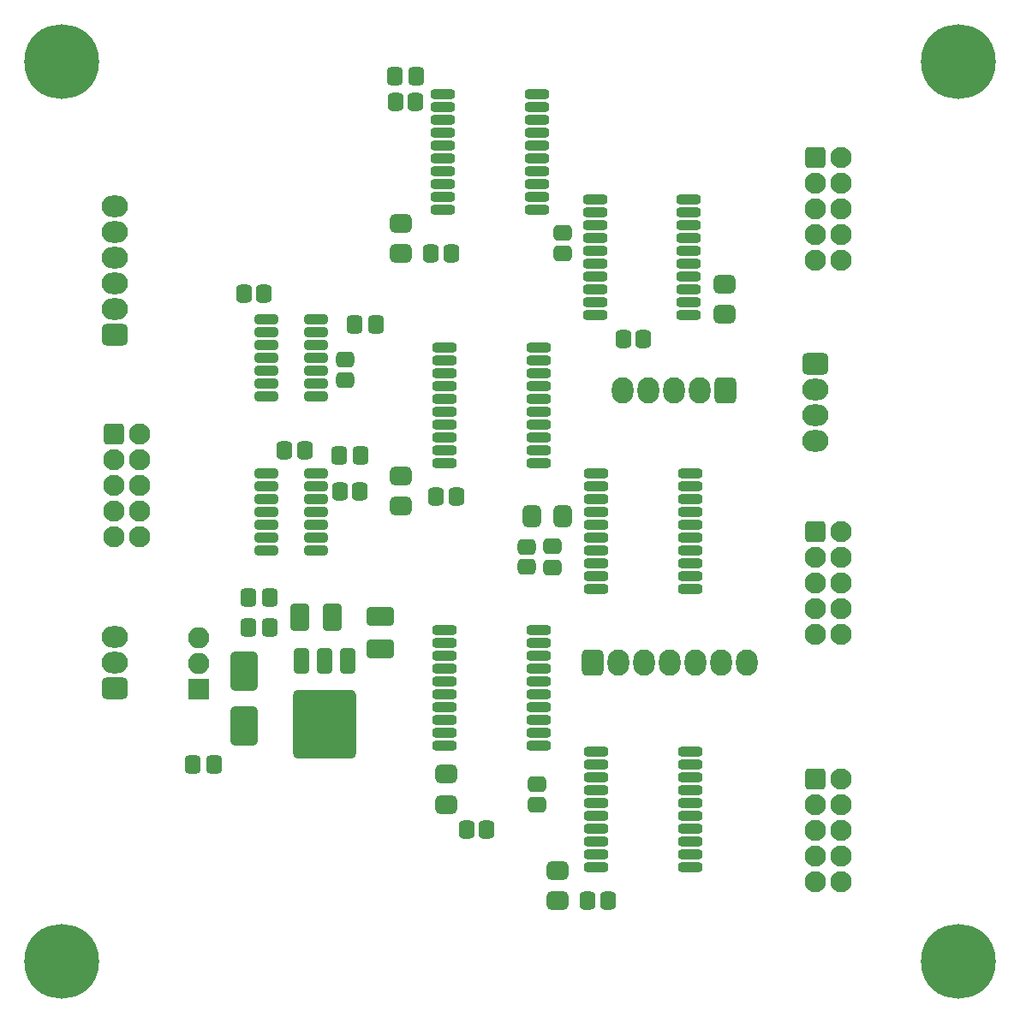
<source format=gts>
G04 #@! TF.GenerationSoftware,KiCad,Pcbnew,7.0.1*
G04 #@! TF.CreationDate,2023-04-18T17:18:43+02:00*
G04 #@! TF.ProjectId,Alexandrie,416c6578-616e-4647-9269-652e6b696361,rev?*
G04 #@! TF.SameCoordinates,Original*
G04 #@! TF.FileFunction,Soldermask,Top*
G04 #@! TF.FilePolarity,Negative*
%FSLAX46Y46*%
G04 Gerber Fmt 4.6, Leading zero omitted, Abs format (unit mm)*
G04 Created by KiCad (PCBNEW 7.0.1) date 2023-04-18 17:18:43*
%MOMM*%
%LPD*%
G01*
G04 APERTURE LIST*
G04 Aperture macros list*
%AMRoundRect*
0 Rectangle with rounded corners*
0 $1 Rounding radius*
0 $2 $3 $4 $5 $6 $7 $8 $9 X,Y pos of 4 corners*
0 Add a 4 corners polygon primitive as box body*
4,1,4,$2,$3,$4,$5,$6,$7,$8,$9,$2,$3,0*
0 Add four circle primitives for the rounded corners*
1,1,$1+$1,$2,$3*
1,1,$1+$1,$4,$5*
1,1,$1+$1,$6,$7*
1,1,$1+$1,$8,$9*
0 Add four rect primitives between the rounded corners*
20,1,$1+$1,$2,$3,$4,$5,0*
20,1,$1+$1,$4,$5,$6,$7,0*
20,1,$1+$1,$6,$7,$8,$9,0*
20,1,$1+$1,$8,$9,$2,$3,0*%
G04 Aperture macros list end*
%ADD10RoundRect,0.450000X0.350000X0.450000X-0.350000X0.450000X-0.350000X-0.450000X0.350000X-0.450000X0*%
%ADD11RoundRect,0.450000X-0.350000X-0.450000X0.350000X-0.450000X0.350000X0.450000X-0.350000X0.450000X0*%
%ADD12RoundRect,0.450001X-0.624999X0.462499X-0.624999X-0.462499X0.624999X-0.462499X0.624999X0.462499X0*%
%ADD13RoundRect,0.450000X0.900000X-1.500000X0.900000X1.500000X-0.900000X1.500000X-0.900000X-1.500000X0*%
%ADD14RoundRect,0.450000X0.450000X-0.350000X0.450000X0.350000X-0.450000X0.350000X-0.450000X-0.350000X0*%
%ADD15RoundRect,0.450000X0.845000X-0.620000X0.845000X0.620000X-0.845000X0.620000X-0.845000X-0.620000X0*%
%ADD16O,2.590000X2.140000*%
%ADD17C,1.200000*%
%ADD18C,7.400000*%
%ADD19RoundRect,0.450000X-0.475000X0.337500X-0.475000X-0.337500X0.475000X-0.337500X0.475000X0.337500X0*%
%ADD20RoundRect,0.450000X-0.350000X0.850000X-0.350000X-0.850000X0.350000X-0.850000X0.350000X0.850000X0*%
%ADD21RoundRect,0.449997X-2.650003X2.950003X-2.650003X-2.950003X2.650003X-2.950003X2.650003X2.950003X0*%
%ADD22RoundRect,0.350000X-0.875000X-0.150000X0.875000X-0.150000X0.875000X0.150000X-0.875000X0.150000X0*%
%ADD23RoundRect,0.450000X-0.337500X-0.475000X0.337500X-0.475000X0.337500X0.475000X-0.337500X0.475000X0*%
%ADD24RoundRect,0.350000X-0.825000X-0.150000X0.825000X-0.150000X0.825000X0.150000X-0.825000X0.150000X0*%
%ADD25RoundRect,0.450001X0.462499X0.624999X-0.462499X0.624999X-0.462499X-0.624999X0.462499X-0.624999X0*%
%ADD26RoundRect,0.450000X-0.600000X-0.600000X0.600000X-0.600000X0.600000X0.600000X-0.600000X0.600000X0*%
%ADD27C,2.100000*%
%ADD28RoundRect,0.450000X-0.620000X-0.845000X0.620000X-0.845000X0.620000X0.845000X-0.620000X0.845000X0*%
%ADD29O,2.140000X2.590000*%
%ADD30RoundRect,0.450001X0.924999X-0.499999X0.924999X0.499999X-0.924999X0.499999X-0.924999X-0.499999X0*%
%ADD31RoundRect,0.200000X0.850000X0.850000X-0.850000X0.850000X-0.850000X-0.850000X0.850000X-0.850000X0*%
%ADD32O,2.100000X2.100000*%
%ADD33RoundRect,0.450001X-0.499999X-0.924999X0.499999X-0.924999X0.499999X0.924999X-0.499999X0.924999X0*%
%ADD34RoundRect,0.450000X0.620000X0.845000X-0.620000X0.845000X-0.620000X-0.845000X0.620000X-0.845000X0*%
%ADD35RoundRect,0.450000X0.337500X0.475000X-0.337500X0.475000X-0.337500X-0.475000X0.337500X-0.475000X0*%
%ADD36RoundRect,0.450000X0.475000X-0.337500X0.475000X0.337500X-0.475000X0.337500X-0.475000X-0.337500X0*%
%ADD37RoundRect,0.450000X-0.450000X0.350000X-0.450000X-0.350000X0.450000X-0.350000X0.450000X0.350000X0*%
%ADD38RoundRect,0.450000X-0.845000X0.620000X-0.845000X-0.620000X0.845000X-0.620000X0.845000X0.620000X0*%
G04 APERTURE END LIST*
D10*
X130000000Y-134000000D03*
X128000000Y-134000000D03*
D11*
X143500000Y-85500000D03*
X145500000Y-85500000D03*
D12*
X153500000Y-80012500D03*
X153500000Y-82987500D03*
D13*
X106000000Y-123700000D03*
X106000000Y-118300000D03*
D14*
X134000000Y-108000000D03*
X134000000Y-106000000D03*
D15*
X93212500Y-120040000D03*
D16*
X93212500Y-117500000D03*
X93212500Y-114960000D03*
D17*
X174000000Y-147000000D03*
X174768845Y-145143845D03*
X174768845Y-148856155D03*
X176625000Y-144375000D03*
D18*
X176625000Y-147000000D03*
D17*
X176625000Y-149625000D03*
X178481155Y-145143845D03*
X178481155Y-148856155D03*
X179250000Y-147000000D03*
D19*
X135000000Y-129462500D03*
X135000000Y-131537500D03*
D20*
X116280000Y-117300000D03*
X114000000Y-117300000D03*
D21*
X114000000Y-123600000D03*
D20*
X111720000Y-117300000D03*
D17*
X174000000Y-58000000D03*
X174768845Y-56143845D03*
X174768845Y-59856155D03*
X176625000Y-55375000D03*
D18*
X176625000Y-58000000D03*
D17*
X176625000Y-60625000D03*
X178481155Y-56143845D03*
X178481155Y-59856155D03*
X179250000Y-58000000D03*
D22*
X125850000Y-114285000D03*
X125850000Y-115555000D03*
X125850000Y-116825000D03*
X125850000Y-118095000D03*
X125850000Y-119365000D03*
X125850000Y-120635000D03*
X125850000Y-121905000D03*
X125850000Y-123175000D03*
X125850000Y-124445000D03*
X125850000Y-125715000D03*
X135150000Y-125715000D03*
X135150000Y-124445000D03*
X135150000Y-123175000D03*
X135150000Y-121905000D03*
X135150000Y-120635000D03*
X135150000Y-119365000D03*
X135150000Y-118095000D03*
X135150000Y-116825000D03*
X135150000Y-115555000D03*
X135150000Y-114285000D03*
D23*
X100962500Y-127500000D03*
X103037500Y-127500000D03*
D10*
X123000000Y-62000000D03*
X121000000Y-62000000D03*
D24*
X108212500Y-83530000D03*
X108212500Y-84800000D03*
X108212500Y-86070000D03*
X108212500Y-87340000D03*
X108212500Y-88610000D03*
X108212500Y-89880000D03*
X108212500Y-91150000D03*
X113162500Y-91150000D03*
X113162500Y-89880000D03*
X113162500Y-88610000D03*
X113162500Y-87340000D03*
X113162500Y-86070000D03*
X113162500Y-84800000D03*
X113162500Y-83530000D03*
D12*
X126000000Y-128512500D03*
X126000000Y-131487500D03*
D17*
X85375000Y-147000000D03*
X86143845Y-145143845D03*
X86143845Y-148856155D03*
X88000000Y-144375000D03*
D18*
X88000000Y-147000000D03*
D17*
X88000000Y-149625000D03*
X89856155Y-145143845D03*
X89856155Y-148856155D03*
X90625000Y-147000000D03*
D25*
X137487500Y-103000000D03*
X134512500Y-103000000D03*
D26*
X162500000Y-104500000D03*
D27*
X165040000Y-104500000D03*
X162500000Y-107040000D03*
X165040000Y-107040000D03*
X162500000Y-109580000D03*
X165040000Y-109580000D03*
X162500000Y-112120000D03*
X165040000Y-112120000D03*
X162500000Y-114660000D03*
X165040000Y-114660000D03*
D28*
X140500000Y-117500000D03*
D29*
X143040000Y-117500000D03*
X145580000Y-117500000D03*
X148120000Y-117500000D03*
X150660000Y-117500000D03*
X153200000Y-117500000D03*
X155740000Y-117500000D03*
D30*
X119500000Y-116125000D03*
X119500000Y-112875000D03*
D10*
X112000000Y-96500000D03*
X110000000Y-96500000D03*
D17*
X85375000Y-58000000D03*
X86143845Y-56143845D03*
X86143845Y-59856155D03*
X88000000Y-55375000D03*
D18*
X88000000Y-58000000D03*
D17*
X88000000Y-60625000D03*
X89856155Y-56143845D03*
X89856155Y-59856155D03*
X90625000Y-58000000D03*
D31*
X101537500Y-120080000D03*
D32*
X101537500Y-117540000D03*
X101537500Y-115000000D03*
D26*
X93172500Y-94840000D03*
D27*
X95712500Y-94840000D03*
X93172500Y-97380000D03*
X95712500Y-97380000D03*
X93172500Y-99920000D03*
X95712500Y-99920000D03*
X93172500Y-102460000D03*
X95712500Y-102460000D03*
X93172500Y-105000000D03*
X95712500Y-105000000D03*
D22*
X140712500Y-71625000D03*
X140712500Y-72895000D03*
X140712500Y-74165000D03*
X140712500Y-75435000D03*
X140712500Y-76705000D03*
X140712500Y-77975000D03*
X140712500Y-79245000D03*
X140712500Y-80515000D03*
X140712500Y-81785000D03*
X140712500Y-83055000D03*
X150012500Y-83055000D03*
X150012500Y-81785000D03*
X150012500Y-80515000D03*
X150012500Y-79245000D03*
X150012500Y-77975000D03*
X150012500Y-76705000D03*
X150012500Y-75435000D03*
X150012500Y-74165000D03*
X150012500Y-72895000D03*
X150012500Y-71625000D03*
X125700000Y-61230000D03*
X125700000Y-62500000D03*
X125700000Y-63770000D03*
X125700000Y-65040000D03*
X125700000Y-66310000D03*
X125700000Y-67580000D03*
X125700000Y-68850000D03*
X125700000Y-70120000D03*
X125700000Y-71390000D03*
X125700000Y-72660000D03*
X135000000Y-72660000D03*
X135000000Y-71390000D03*
X135000000Y-70120000D03*
X135000000Y-68850000D03*
X135000000Y-67580000D03*
X135000000Y-66310000D03*
X135000000Y-65040000D03*
X135000000Y-63770000D03*
X135000000Y-62500000D03*
X135000000Y-61230000D03*
D33*
X111500000Y-113000000D03*
X114750000Y-113000000D03*
D12*
X121500000Y-99012500D03*
X121500000Y-101987500D03*
D23*
X115462500Y-97000000D03*
X117537500Y-97000000D03*
X106462500Y-114000000D03*
X108537500Y-114000000D03*
D22*
X125850000Y-86285000D03*
X125850000Y-87555000D03*
X125850000Y-88825000D03*
X125850000Y-90095000D03*
X125850000Y-91365000D03*
X125850000Y-92635000D03*
X125850000Y-93905000D03*
X125850000Y-95175000D03*
X125850000Y-96445000D03*
X125850000Y-97715000D03*
X135150000Y-97715000D03*
X135150000Y-96445000D03*
X135150000Y-95175000D03*
X135150000Y-93905000D03*
X135150000Y-92635000D03*
X135150000Y-91365000D03*
X135150000Y-90095000D03*
X135150000Y-88825000D03*
X135150000Y-87555000D03*
X135150000Y-86285000D03*
D34*
X153580000Y-90500000D03*
D29*
X151040000Y-90500000D03*
X148500000Y-90500000D03*
X145960000Y-90500000D03*
X143420000Y-90500000D03*
D10*
X127000000Y-101000000D03*
X125000000Y-101000000D03*
D23*
X116962500Y-84000000D03*
X119037500Y-84000000D03*
D35*
X123037500Y-59500000D03*
X120962500Y-59500000D03*
D10*
X142000000Y-141000000D03*
X140000000Y-141000000D03*
D22*
X140850000Y-98785000D03*
X140850000Y-100055000D03*
X140850000Y-101325000D03*
X140850000Y-102595000D03*
X140850000Y-103865000D03*
X140850000Y-105135000D03*
X140850000Y-106405000D03*
X140850000Y-107675000D03*
X140850000Y-108945000D03*
X140850000Y-110215000D03*
X150150000Y-110215000D03*
X150150000Y-108945000D03*
X150150000Y-107675000D03*
X150150000Y-106405000D03*
X150150000Y-105135000D03*
X150150000Y-103865000D03*
X150150000Y-102595000D03*
X150150000Y-101325000D03*
X150150000Y-100055000D03*
X150150000Y-98785000D03*
D10*
X117500000Y-100500000D03*
X115500000Y-100500000D03*
D26*
X162500000Y-129000000D03*
D27*
X165040000Y-129000000D03*
X162500000Y-131540000D03*
X165040000Y-131540000D03*
X162500000Y-134080000D03*
X165040000Y-134080000D03*
X162500000Y-136620000D03*
X165040000Y-136620000D03*
X162500000Y-139160000D03*
X165040000Y-139160000D03*
D26*
X162500000Y-67500000D03*
D27*
X165040000Y-67500000D03*
X162500000Y-70040000D03*
X165040000Y-70040000D03*
X162500000Y-72580000D03*
X165040000Y-72580000D03*
X162500000Y-75120000D03*
X165040000Y-75120000D03*
X162500000Y-77660000D03*
X165040000Y-77660000D03*
D12*
X137000000Y-138012500D03*
X137000000Y-140987500D03*
D19*
X137500000Y-74962500D03*
X137500000Y-77037500D03*
D10*
X126500000Y-77000000D03*
X124500000Y-77000000D03*
D36*
X136500000Y-108037500D03*
X136500000Y-105962500D03*
D37*
X116000000Y-87500000D03*
X116000000Y-89500000D03*
D24*
X108212500Y-98730000D03*
X108212500Y-100000000D03*
X108212500Y-101270000D03*
X108212500Y-102540000D03*
X108212500Y-103810000D03*
X108212500Y-105080000D03*
X108212500Y-106350000D03*
X113162500Y-106350000D03*
X113162500Y-105080000D03*
X113162500Y-103810000D03*
X113162500Y-102540000D03*
X113162500Y-101270000D03*
X113162500Y-100000000D03*
X113162500Y-98730000D03*
D38*
X162500000Y-87920000D03*
D16*
X162500000Y-90460000D03*
X162500000Y-93000000D03*
X162500000Y-95540000D03*
D12*
X121500000Y-74012500D03*
X121500000Y-76987500D03*
D22*
X140850000Y-126285000D03*
X140850000Y-127555000D03*
X140850000Y-128825000D03*
X140850000Y-130095000D03*
X140850000Y-131365000D03*
X140850000Y-132635000D03*
X140850000Y-133905000D03*
X140850000Y-135175000D03*
X140850000Y-136445000D03*
X140850000Y-137715000D03*
X150150000Y-137715000D03*
X150150000Y-136445000D03*
X150150000Y-135175000D03*
X150150000Y-133905000D03*
X150150000Y-132635000D03*
X150150000Y-131365000D03*
X150150000Y-130095000D03*
X150150000Y-128825000D03*
X150150000Y-127555000D03*
X150150000Y-126285000D03*
D15*
X93212500Y-85040000D03*
D16*
X93212500Y-82500000D03*
X93212500Y-79960000D03*
X93212500Y-77420000D03*
X93212500Y-74880000D03*
X93212500Y-72340000D03*
D11*
X106000000Y-81000000D03*
X108000000Y-81000000D03*
D23*
X106462500Y-111000000D03*
X108537500Y-111000000D03*
G36*
X116643497Y-126998918D02*
G01*
X116643633Y-127000831D01*
X116642097Y-127001979D01*
X116642090Y-127001980D01*
X116641807Y-127002000D01*
X111358193Y-127002000D01*
X111356779Y-127001414D01*
X111356778Y-127001413D01*
X111356192Y-126999999D01*
X111356778Y-126998585D01*
X111358192Y-126997999D01*
X116641814Y-126997999D01*
X116643497Y-126998918D01*
G37*
G36*
X117101984Y-120657937D02*
G01*
X117101985Y-120657945D01*
X117102000Y-120658193D01*
X117102000Y-123609847D01*
X117101000Y-123611579D01*
X117099000Y-123611579D01*
X117098000Y-123609847D01*
X117097999Y-120658185D01*
X117098928Y-120656496D01*
X117100852Y-120656376D01*
X117101984Y-120657937D01*
G37*
M02*

</source>
